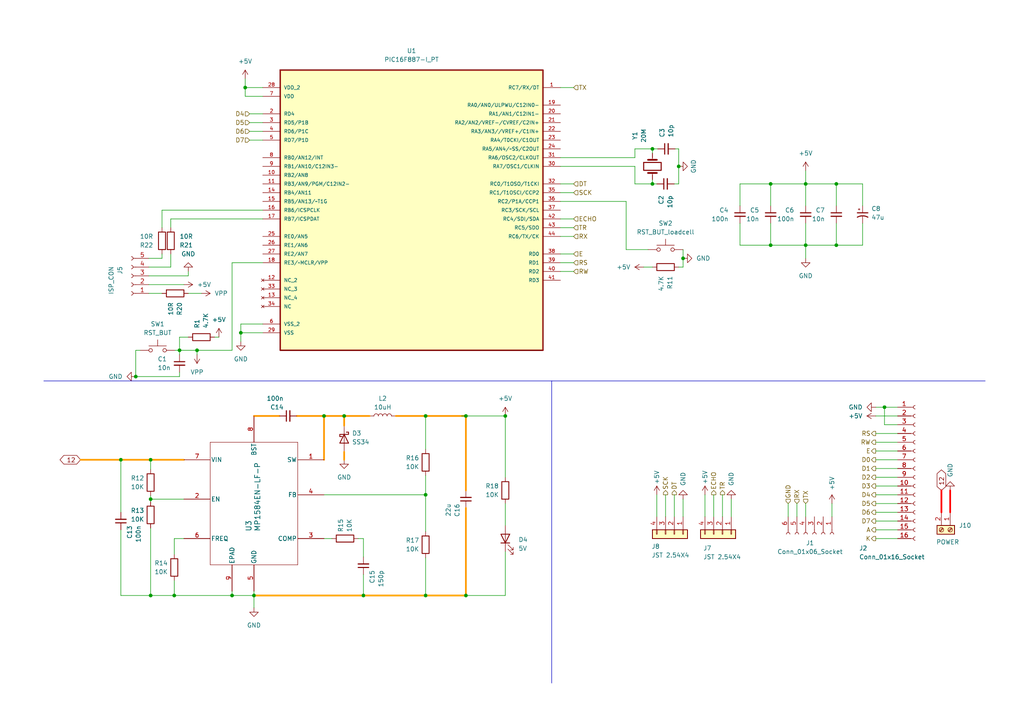
<source format=kicad_sch>
(kicad_sch (version 20231120) (generator "eeschema") (generator_version "8.0")
  (paper "A4")
  (title_block (title "PIC16F887 I/PT ") (date "2025-03-25") (comment 1 "Nguyễn ĐứC Bình") (comment 2 "Nguyễn Đức Anh") (comment 3 "PHENIKAA UNIVERSITY"))
  (lib_symbols
    (symbol "2024-04-07_04-28-10:MP1584EN-LF-P" (pin_names (offset 0.254))
      (property "Reference" "U5" (at 18.796 -20.828 90))
      (property "Value" "MP1584EN-LF-P" (at 21.336 -20.828 90))
      (symbol "MP1584EN-LF-P_0_1"
        (polyline (pts (xy 7.62 -30.48) (xy 33.02 -30.48)) (stroke (width 0.127)))
        (polyline (pts (xy 7.62 5.08) (xy 7.62 -30.48)) (stroke (width 0.127)))
        (polyline (pts (xy 33.02 -30.48) (xy 33.02 5.08)) (stroke (width 0.127)))
        (polyline (pts (xy 33.02 5.08) (xy 7.62 5.08)) (stroke (width 0.127)))
        (pin output line (at 40.64 0 180) (length 7.62) (name "SW") (number "1"))
        (pin input line (at 0 -11.43 0) (length 7.62) (name "EN") (number "2"))
        (pin output line (at 40.64 -22.86 180) (length 7.62) (name "COMP") (number "3"))
        (pin input line (at 40.64 -10.16 180) (length 7.62) (name "FB") (number "4"))
        (pin power_in line (at 20.32 -38.1 90) (length 7.62) (name "GND") (number "5"))
        (pin input line (at 0 -22.86 0) (length 7.62) (name "FREQ") (number "6"))
        (pin power_in line (at 0 0 0) (length 7.62) (name "VIN") (number "7"))
        (pin unspecified line (at 20.32 12.7 270) (length 7.62) (name "BST") (number "8"))
        (pin power_in line (at 13.97 -38.1 90) (length 7.62) (name "EPAD") (number "9"))
      )
    )
    (symbol "Connector:Conn_01x05_Socket" (pin_names (offset 1.016) hide)
      (property "Reference" "J" (at 0 7.62 0))
      (property "Value" "Conn_01x05_Socket" (at 0 -7.62 0))
      (symbol "Conn_01x05_Socket_1_1"
        (arc (start 0 -4.572) (mid -0.5058 -5.08) (end 0 -5.588) (stroke (width 0.1524)))
        (arc (start 0 -2.032) (mid -0.5058 -2.54) (end 0 -3.048) (stroke (width 0.1524)))
        (polyline (pts (xy -1.27 -5.08) (xy -0.508 -5.08)) (stroke (width 0.1524)))
        (polyline (pts (xy -1.27 -2.54) (xy -0.508 -2.54)) (stroke (width 0.1524)))
        (polyline (pts (xy -1.27 0) (xy -0.508 0)) (stroke (width 0.1524)))
        (polyline (pts (xy -1.27 2.54) (xy -0.508 2.54)) (stroke (width 0.1524)))
        (polyline (pts (xy -1.27 5.08) (xy -0.508 5.08)) (stroke (width 0.1524)))
        (arc (start 0 0.508) (mid -0.5058 0) (end 0 -0.508) (stroke (width 0.1524)))
        (arc (start 0 3.048) (mid -0.5058 2.54) (end 0 2.032) (stroke (width 0.1524)))
        (arc (start 0 5.588) (mid -0.5058 5.08) (end 0 4.572) (stroke (width 0.1524)))
        (pin passive line (at -5.08 5.08 0) (length 3.81) (name "Pin_1") (number "1"))
        (pin passive line (at -5.08 2.54 0) (length 3.81) (name "Pin_2") (number "2"))
        (pin passive line (at -5.08 0 0) (length 3.81) (name "Pin_3") (number "3"))
        (pin passive line (at -5.08 -2.54 0) (length 3.81) (name "Pin_4") (number "4"))
        (pin passive line (at -5.08 -5.08 0) (length 3.81) (name "Pin_5") (number "5"))
      )
    )
    (symbol "Connector:Conn_01x06_Socket" (pin_names (offset 1.016) hide)
      (property "Reference" "J" (at 0 7.62 0))
      (property "Value" "Conn_01x06_Socket" (at 0 -10.16 0))
      (symbol "Conn_01x06_Socket_1_1"
        (arc (start 0 -7.112) (mid -0.5058 -7.62) (end 0 -8.128) (stroke (width 0.1524)))
        (arc (start 0 -4.572) (mid -0.5058 -5.08) (end 0 -5.588) (stroke (width 0.1524)))
        (arc (start 0 -2.032) (mid -0.5058 -2.54) (end 0 -3.048) (stroke (width 0.1524)))
        (polyline (pts (xy -1.27 -7.62) (xy -0.508 -7.62)) (stroke (width 0.1524)))
        (polyline (pts (xy -1.27 -5.08) (xy -0.508 -5.08)) (stroke (width 0.1524)))
        (polyline (pts (xy -1.27 -2.54) (xy -0.508 -2.54)) (stroke (width 0.1524)))
        (polyline (pts (xy -1.27 0) (xy -0.508 0)) (stroke (width 0.1524)))
        (polyline (pts (xy -1.27 2.54) (xy -0.508 2.54)) (stroke (width 0.1524)))
        (polyline (pts (xy -1.27 5.08) (xy -0.508 5.08)) (stroke (width 0.1524)))
        (arc (start 0 0.508) (mid -0.5058 0) (end 0 -0.508) (stroke (width 0.1524)))
        (arc (start 0 3.048) (mid -0.5058 2.54) (end 0 2.032) (stroke (width 0.1524)))
        (arc (start 0 5.588) (mid -0.5058 5.08) (end 0 4.572) (stroke (width 0.1524)))
        (pin passive line (at -5.08 5.08 0) (length 3.81) (name "Pin_1") (number "1"))
        (pin passive line (at -5.08 2.54 0) (length 3.81) (name "Pin_2") (number "2"))
        (pin passive line (at -5.08 0 0) (length 3.81) (name "Pin_3") (number "3"))
        (pin passive line (at -5.08 -2.54 0) (length 3.81) (name "Pin_4") (number "4"))
        (pin passive line (at -5.08 -5.08 0) (length 3.81) (name "Pin_5") (number "5"))
        (pin passive line (at -5.08 -7.62 0) (length 3.81) (name "Pin_6") (number "6"))
      )
    )
    (symbol "Connector:Conn_01x16_Socket" (pin_names (offset 1.016) hide)
      (property "Reference" "J" (at 0 20.32 0))
      (property "Value" "Conn_01x16_Socket" (at 0 -22.86 0))
      (symbol "Conn_01x16_Socket_1_1"
        (arc (start 0 -19.812) (mid -0.5058 -20.32) (end 0 -20.828) (stroke (width 0.1524)))
        (arc (start 0 -17.272) (mid -0.5058 -17.78) (end 0 -18.288) (stroke (width 0.1524)))
        (arc (start 0 -14.732) (mid -0.5058 -15.24) (end 0 -15.748) (stroke (width 0.1524)))
        (arc (start 0 -12.192) (mid -0.5058 -12.7) (end 0 -13.208) (stroke (width 0.1524)))
        (arc (start 0 -9.652) (mid -0.5058 -10.16) (end 0 -10.668) (stroke (width 0.1524)))
        (arc (start 0 -7.112) (mid -0.5058 -7.62) (end 0 -8.128) (stroke (width 0.1524)))
        (arc (start 0 -4.572) (mid -0.5058 -5.08) (end 0 -5.588) (stroke (width 0.1524)))
        (arc (start 0 -2.032) (mid -0.5058 -2.54) (end 0 -3.048) (stroke (width 0.1524)))
        (polyline (pts (xy -1.27 -20.32) (xy -0.508 -20.32)) (stroke (width 0.1524)))
        (polyline (pts (xy -1.27 -17.78) (xy -0.508 -17.78)) (stroke (width 0.1524)))
        (polyline (pts (xy -1.27 -15.24) (xy -0.508 -15.24)) (stroke (width 0.1524)))
        (polyline (pts (xy -1.27 -12.7) (xy -0.508 -12.7)) (stroke (width 0.1524)))
        (polyline (pts (xy -1.27 -10.16) (xy -0.508 -10.16)) (stroke (width 0.1524)))
        (polyline (pts (xy -1.27 -7.62) (xy -0.508 -7.62)) (stroke (width 0.1524)))
        (polyline (pts (xy -1.27 -5.08) (xy -0.508 -5.08)) (stroke (width 0.1524)))
        (polyline (pts (xy -1.27 -2.54) (xy -0.508 -2.54)) (stroke (width 0.1524)))
        (polyline (pts (xy -1.27 0) (xy -0.508 0)) (stroke (width 0.1524)))
        (polyline (pts (xy -1.27 2.54) (xy -0.508 2.54)) (stroke (width 0.1524)))
        (polyline (pts (xy -1.27 5.08) (xy -0.508 5.08)) (stroke (width 0.1524)))
        (polyline (pts (xy -1.27 7.62) (xy -0.508 7.62)) (stroke (width 0.1524)))
        (polyline (pts (xy -1.27 10.16) (xy -0.508 10.16)) (stroke (width 0.1524)))
        (polyline (pts (xy -1.27 12.7) (xy -0.508 12.7)) (stroke (width 0.1524)))
        (polyline (pts (xy -1.27 15.24) (xy -0.508 15.24)) (stroke (width 0.1524)))
        (polyline (pts (xy -1.27 17.78) (xy -0.508 17.78)) (stroke (width 0.1524)))
        (arc (start 0 0.508) (mid -0.5058 0) (end 0 -0.508) (stroke (width 0.1524)))
        (arc (start 0 3.048) (mid -0.5058 2.54) (end 0 2.032) (stroke (width 0.1524)))
        (arc (start 0 5.588) (mid -0.5058 5.08) (end 0 4.572) (stroke (width 0.1524)))
        (arc (start 0 8.128) (mid -0.5058 7.62) (end 0 7.112) (stroke (width 0.1524)))
        (arc (start 0 10.668) (mid -0.5058 10.16) (end 0 9.652) (stroke (width 0.1524)))
        (arc (start 0 13.208) (mid -0.5058 12.7) (end 0 12.192) (stroke (width 0.1524)))
        (arc (start 0 15.748) (mid -0.5058 15.24) (end 0 14.732) (stroke (width 0.1524)))
        (arc (start 0 18.288) (mid -0.5058 17.78) (end 0 17.272) (stroke (width 0.1524)))
        (pin passive line (at -5.08 17.78 0) (length 3.81) (name "Pin_1") (number "1"))
        (pin passive line (at -5.08 -5.08 0) (length 3.81) (name "Pin_10") (number "10"))
        (pin passive line (at -5.08 -7.62 0) (length 3.81) (name "Pin_11") (number "11"))
        (pin passive line (at -5.08 -10.16 0) (length 3.81) (name "Pin_12") (number "12"))
        (pin passive line (at -5.08 -12.7 0) (length 3.81) (name "Pin_13") (number "13"))
        (pin passive line (at -5.08 -15.24 0) (length 3.81) (name "Pin_14") (number "14"))
        (pin passive line (at -5.08 -17.78 0) (length 3.81) (name "Pin_15") (number "15"))
        (pin passive line (at -5.08 -20.32 0) (length 3.81) (name "Pin_16") (number "16"))
        (pin passive line (at -5.08 15.24 0) (length 3.81) (name "Pin_2") (number "2"))
        (pin passive line (at -5.08 12.7 0) (length 3.81) (name "Pin_3") (number "3"))
        (pin passive line (at -5.08 10.16 0) (length 3.81) (name "Pin_4") (number "4"))
        (pin passive line (at -5.08 7.62 0) (length 3.81) (name "Pin_5") (number "5"))
        (pin passive line (at -5.08 5.08 0) (length 3.81) (name "Pin_6") (number "6"))
        (pin passive line (at -5.08 2.54 0) (length 3.81) (name "Pin_7") (number "7"))
        (pin passive line (at -5.08 0 0) (length 3.81) (name "Pin_8") (number "8"))
        (pin passive line (at -5.08 -2.54 0) (length 3.81) (name "Pin_9") (number "9"))
      )
    )
    (symbol "Connector:Screw_Terminal_01x02" (pin_names (offset 1.016) hide)
      (property "Reference" "J" (at 0 2.54 0))
      (property "Value" "Screw_Terminal_01x02" (at 0 -5.08 0))
      (symbol "Screw_Terminal_01x02_1_1"
        (rectangle (start -1.27 1.27) (end 1.27 -3.81) (stroke (width 0.254)) (fill (type background)))
        (circle (center 0 -2.54) (radius 0.635) (stroke (width 0.1524)))
        (polyline (pts (xy -0.5334 -2.2098) (xy 0.3302 -3.048)) (stroke (width 0.1524)))
        (polyline (pts (xy -0.5334 0.3302) (xy 0.3302 -0.508)) (stroke (width 0.1524)))
        (polyline (pts (xy -0.3556 -2.032) (xy 0.508 -2.8702)) (stroke (width 0.1524)))
        (polyline (pts (xy -0.3556 0.508) (xy 0.508 -0.3302)) (stroke (width 0.1524)))
        (circle (center 0 0) (radius 0.635) (stroke (width 0.1524)))
        (pin passive line (at -5.08 0 0) (length 3.81) (name "Pin_1") (number "1"))
        (pin passive line (at -5.08 -2.54 0) (length 3.81) (name "Pin_2") (number "2"))
      )
    )
    (symbol "Connector_Generic:Conn_01x04" (pin_names (offset 1.016) hide)
      (property "Reference" "J" (at 0 5.08 0))
      (property "Value" "Conn_01x04" (at 0 -7.62 0))
      (symbol "Conn_01x04_1_1"
        (rectangle (start -1.27 -4.953) (end 0 -5.207) (stroke (width 0.1524)))
        (rectangle (start -1.27 -2.413) (end 0 -2.667) (stroke (width 0.1524)))
        (rectangle (start -1.27 0.127) (end 0 -0.127) (stroke (width 0.1524)))
        (rectangle (start -1.27 2.667) (end 0 2.413) (stroke (width 0.1524)))
        (rectangle (start -1.27 3.81) (end 1.27 -6.35) (stroke (width 0.254)) (fill (type background)))
        (pin passive line (at -5.08 2.54 0) (length 3.81) (name "Pin_1") (number "1"))
        (pin passive line (at -5.08 0 0) (length 3.81) (name "Pin_2") (number "2"))
        (pin passive line (at -5.08 -2.54 0) (length 3.81) (name "Pin_3") (number "3"))
        (pin passive line (at -5.08 -5.08 0) (length 3.81) (name "Pin_4") (number "4"))
      )
    )
    (symbol "Device:C_Polarized_Small_US" (pin_numbers hide) (pin_names (offset 0.254) hide)
      (property "Reference" "C" (at 0.254 1.778 0))
      (property "Value" "C_Polarized_Small_US" (at 0.254 -2.032 0))
      (symbol "C_Polarized_Small_US_0_1"
        (polyline (pts (xy -1.524 0.508) (xy 1.524 0.508)) (stroke (width 0.3048)))
        (polyline (pts (xy -1.27 1.524) (xy -0.762 1.524)))
        (polyline (pts (xy -1.016 1.27) (xy -1.016 1.778)))
        (arc (start 1.524 -0.762) (mid 0 -0.3734) (end -1.524 -0.762) (stroke (width 0.3048)))
      )
      (symbol "C_Polarized_Small_US_1_1"
        (pin passive line (at 0 2.54 270) (length 2.032) (name "~") (number "1"))
        (pin passive line (at 0 -2.54 90) (length 2.032) (name "~") (number "2"))
      )
    )
    (symbol "Device:C_Small" (pin_numbers hide) (pin_names (offset 0.254) hide)
      (property "Reference" "C" (at 0.254 1.778 0))
      (property "Value" "C_Small" (at 0.254 -2.032 0))
      (symbol "C_Small_0_1"
        (polyline (pts (xy -1.524 -0.508) (xy 1.524 -0.508)) (stroke (width 0.3302)))
        (polyline (pts (xy -1.524 0.508) (xy 1.524 0.508)) (stroke (width 0.3048)))
      )
      (symbol "C_Small_1_1"
        (pin passive line (at 0 2.54 270) (length 2.032) (name "~") (number "1"))
        (pin passive line (at 0 -2.54 90) (length 2.032) (name "~") (number "2"))
      )
    )
    (symbol "Device:Crystal" (pin_numbers hide) (pin_names (offset 1.016) hide)
      (property "Reference" "Y" (at 0 3.81 0))
      (property "Value" "Crystal" (at 0 -3.81 0))
      (symbol "Crystal_0_1"
        (rectangle (start -1.143 2.54) (end 1.143 -2.54) (stroke (width 0.3048)))
        (polyline (pts (xy -2.54 0) (xy -1.905 0)))
        (polyline (pts (xy -1.905 -1.27) (xy -1.905 1.27)) (stroke (width 0.508)))
        (polyline (pts (xy 1.905 -1.27) (xy 1.905 1.27)) (stroke (width 0.508)))
        (polyline (pts (xy 2.54 0) (xy 1.905 0)))
      )
      (symbol "Crystal_1_1"
        (pin passive line (at -3.81 0 0) (length 1.27) (name "1") (number "1"))
        (pin passive line (at 3.81 0 180) (length 1.27) (name "2") (number "2"))
      )
    )
    (symbol "Device:L" (pin_numbers hide) (pin_names (offset 1.016) hide)
      (property "Reference" "L" (at -1.27 0 90))
      (property "Value" "L" (at 1.905 0 90))
      (symbol "L_0_1"
        (arc (start 0 -2.54) (mid 0.6323 -1.905) (end 0 -1.27))
        (arc (start 0 -1.27) (mid 0.6323 -0.635) (end 0 0))
        (arc (start 0 0) (mid 0.6323 0.635) (end 0 1.27))
        (arc (start 0 1.27) (mid 0.6323 1.905) (end 0 2.54))
      )
      (symbol "L_1_1"
        (pin passive line (at 0 3.81 270) (length 1.27) (name "1") (number "1"))
        (pin passive line (at 0 -3.81 90) (length 1.27) (name "2") (number "2"))
      )
    )
    (symbol "Device:LED" (pin_numbers hide) (pin_names (offset 1.016) hide)
      (property "Reference" "D" (at 0 2.54 0))
      (property "Value" "LED" (at 0 -2.54 0))
      (symbol "LED_0_1"
        (polyline (pts (xy -1.27 -1.27) (xy -1.27 1.27)) (stroke (width 0.254)))
        (polyline (pts (xy -1.27 0) (xy 1.27 0)))
        (polyline (pts (xy 1.27 -1.27) (xy 1.27 1.27) (xy -1.27 0) (xy 1.27 -1.27)) (stroke (width 0.254)))
        (polyline (pts (xy -3.048 -0.762) (xy -4.572 -2.286) (xy -3.81 -2.286) (xy -4.572 -2.286) (xy -4.572 -1.524)))
        (polyline (pts (xy -1.778 -0.762) (xy -3.302 -2.286) (xy -2.54 -2.286) (xy -3.302 -2.286) (xy -3.302 -1.524)))
      )
      (symbol "LED_1_1"
        (pin passive line (at -3.81 0 0) (length 2.54) (name "K") (number "1"))
        (pin passive line (at 3.81 0 180) (length 2.54) (name "A") (number "2"))
      )
    )
    (symbol "Device:R" (pin_numbers hide) (pin_names (offset 0))
      (property "Reference" "R" (at 2.032 0 90))
      (property "Value" "R" (at 0 0 90))
      (symbol "R_0_1"
        (rectangle (start -1.016 -2.54) (end 1.016 2.54) (stroke (width 0.254)))
      )
      (symbol "R_1_1"
        (pin passive line (at 0 3.81 270) (length 1.27) (name "~") (number "1"))
        (pin passive line (at 0 -3.81 90) (length 1.27) (name "~") (number "2"))
      )
    )
    (symbol "Diode:1N5711UR" (pin_numbers hide) (pin_names (offset 1.016) hide)
      (property "Reference" "D" (at 0 2.54 0))
      (property "Value" "1N5711UR" (at 0 -2.54 0))
      (symbol "1N5711UR_0_1"
        (polyline (pts (xy 1.27 0) (xy -1.27 0)))
        (polyline (pts (xy 1.27 1.27) (xy 1.27 -1.27) (xy -1.27 0) (xy 1.27 1.27)) (stroke (width 0.254)))
        (polyline (pts (xy -1.905 0.635) (xy -1.905 1.27) (xy -1.27 1.27) (xy -1.27 -1.27) (xy -0.635 -1.27) (xy -0.635 -0.635)) (stroke (width 0.254)))
      )
      (symbol "1N5711UR_1_1"
        (pin passive line (at -3.81 0 0) (length 2.54) (name "K") (number "1"))
        (pin passive line (at 3.81 0 180) (length 2.54) (name "A") (number "2"))
      )
    )
    (symbol "GND_1" (power) (pin_numbers hide) (pin_names (offset 0) hide)
      (property "Value" "GND" (at 0 -3.81 0))
      (symbol "GND_1_0_1"
        (polyline (pts (xy 0 0) (xy 0 -1.27) (xy 1.27 -1.27) (xy 0 -2.54) (xy -1.27 -1.27) (xy 0 -1.27)))
      )
      (symbol "GND_1_1_1"
        (pin power_in line (at 0 0 270) (length 0) (name "~") (number "1"))
      )
    )
    (symbol "PIC16F887-I_PT:PIC16F887-I_PT" (pin_names (offset 1.016))
      (property "Reference" "U" (at -6.8716 40.1864 0))
      (property "Value" "PIC16F887-I_PT" (at -5.6667 -46.9087 0))
      (symbol "PIC16F887-I_PT_0_0"
        (rectangle (start -38.1 -43.18) (end 38.1 38.1) (stroke (width 0.4064)) (fill (type background)))
        (pin bidirectional line (at 43.18 33.02 180) (length 5.08) (name "RC7/RX/DT") (number "1"))
        (pin bidirectional line (at -43.18 7.62 0) (length 5.08) (name "RB2/AN8") (number "10"))
        (pin bidirectional line (at -43.18 5.08 0) (length 5.08) (name "RB3/AN9/PGM/C12IN2-") (number "11"))
        (pin no_connect line (at -43.18 -22.86 0) (length 5.08) (name "NC_2") (number "12"))
        (pin no_connect line (at -43.18 -27.94 0) (length 5.08) (name "NC_4") (number "13"))
        (pin bidirectional line (at -43.18 2.54 0) (length 5.08) (name "RB4/AN11") (number "14"))
        (pin bidirectional line (at -43.18 0 0) (length 5.08) (name "RB5/AN13/~T1G") (number "15"))
        (pin bidirectional line (at -43.18 -2.54 0) (length 5.08) (name "RB6/ICSPCLK") (number "16"))
        (pin bidirectional line (at -43.18 -5.08 0) (length 5.08) (name "RB7/ICSPDAT") (number "17"))
        (pin bidirectional line (at -43.18 -17.78 0) (length 5.08) (name "RE3/~MCLR/VPP") (number "18"))
        (pin bidirectional line (at 43.18 27.94 180) (length 5.08) (name "RA0/AN0/ULPWU/C12IN0-") (number "19"))
        (pin bidirectional line (at -43.18 25.4 0) (length 5.08) (name "RD4") (number "2"))
        (pin bidirectional line (at 43.18 25.4 180) (length 5.08) (name "RA1/AN1/C12IN1-") (number "20"))
        (pin bidirectional line (at 43.18 22.86 180) (length 5.08) (name "RA2/AN2/VREF-/CVREF/C2IN+") (number "21"))
        (pin bidirectional line (at 43.18 20.32 180) (length 5.08) (name "RA3/AN3//VREF+/C1IN+") (number "22"))
        (pin bidirectional line (at 43.18 17.78 180) (length 5.08) (name "RA4/T0CKI/C1OUT") (number "23"))
        (pin bidirectional line (at 43.18 15.24 180) (length 5.08) (name "RA5/AN4/~SS/C2OUT") (number "24"))
        (pin bidirectional line (at -43.18 -10.16 0) (length 5.08) (name "RE0/AN5") (number "25"))
        (pin bidirectional line (at -43.18 -12.7 0) (length 5.08) (name "RE1/AN6") (number "26"))
        (pin bidirectional line (at -43.18 -15.24 0) (length 5.08) (name "RE2/AN7") (number "27"))
        (pin power_in line (at -43.18 33.02 0) (length 5.08) (name "VDD_2") (number "28"))
        (pin passive line (at -43.18 -38.1 0) (length 5.08) (name "VSS") (number "29"))
        (pin bidirectional line (at -43.18 22.86 0) (length 5.08) (name "RD5/P1B") (number "3"))
        (pin bidirectional line (at 43.18 10.16 180) (length 5.08) (name "RA7/OSC1/CLKIN") (number "30"))
        (pin bidirectional line (at 43.18 12.7 180) (length 5.08) (name "RA6/OSC2/CLKOUT") (number "31"))
        (pin bidirectional line (at 43.18 5.08 180) (length 5.08) (name "RC0/T1OSO/T1CKI") (number "32"))
        (pin no_connect line (at -43.18 -25.4 0) (length 5.08) (name "NC_3") (number "33"))
        (pin no_connect line (at -43.18 -30.48 0) (length 5.08) (name "NC") (number "34"))
        (pin bidirectional line (at 43.18 2.54 180) (length 5.08) (name "RC1/T1OSCI/CCP2") (number "35"))
        (pin bidirectional line (at 43.18 0 180) (length 5.08) (name "RC2/P1A/CCP1") (number "36"))
        (pin bidirectional line (at 43.18 -2.54 180) (length 5.08) (name "RC3/SCK/SCL") (number "37"))
        (pin bidirectional line (at 43.18 -15.24 180) (length 5.08) (name "RD0") (number "38"))
        (pin bidirectional line (at 43.18 -17.78 180) (length 5.08) (name "RD1") (number "39"))
        (pin bidirectional line (at -43.18 20.32 0) (length 5.08) (name "RD6/P1C") (number "4"))
        (pin bidirectional line (at 43.18 -20.32 180) (length 5.08) (name "RD2") (number "40"))
        (pin bidirectional line (at 43.18 -22.86 180) (length 5.08) (name "RD3") (number "41"))
        (pin bidirectional line (at 43.18 -5.08 180) (length 5.08) (name "RC4/SDI/SDA") (number "42"))
        (pin bidirectional line (at 43.18 -7.62 180) (length 5.08) (name "RC5/SDO") (number "43"))
        (pin bidirectional line (at 43.18 -10.16 180) (length 5.08) (name "RC6/TX/CK") (number "44"))
        (pin bidirectional line (at -43.18 17.78 0) (length 5.08) (name "RD7/P1D") (number "5"))
        (pin passive line (at -43.18 -35.56 0) (length 5.08) (name "VSS_2") (number "6"))
        (pin power_in line (at -43.18 30.48 0) (length 5.08) (name "VDD") (number "7"))
        (pin bidirectional line (at -43.18 12.7 0) (length 5.08) (name "RB0/AN12/INT") (number "8"))
        (pin bidirectional line (at -43.18 10.16 0) (length 5.08) (name "RB1/AN10/C12IN3-") (number "9"))
      )
    )
    (symbol "Switch:SW_Push" (pin_numbers hide) (pin_names (offset 1.016) hide)
      (property "Reference" "SW" (at 1.27 2.54 0))
      (property "Value" "SW_Push" (at 0 -1.524 0))
      (symbol "SW_Push_0_1"
        (circle (center -2.032 0) (radius 0.508))
        (polyline (pts (xy 0 1.27) (xy 0 3.048)))
        (polyline (pts (xy 2.54 1.27) (xy -2.54 1.27)))
        (circle (center 2.032 0) (radius 0.508))
        (pin passive line (at -5.08 0 0) (length 2.54) (name "1") (number "1"))
        (pin passive line (at 5.08 0 180) (length 2.54) (name "2") (number "2"))
      )
    )
    (symbol "power:+5V" (power) (pin_names (offset 0))
      (property "Value" "+5V" (at 0 3.556 0))
      (symbol "+5V_0_1"
        (polyline (pts (xy -0.762 1.27) (xy 0 2.54)))
        (polyline (pts (xy 0 0) (xy 0 2.54)))
        (polyline (pts (xy 0 2.54) (xy 0.762 1.27)))
      )
      (symbol "+5V_1_1"
        (pin power_in line (at 0 0 90) (length 0) hide (name "+5V") (number "1"))
      )
    )
    (symbol "power:GND" (power) (pin_names (offset 0))
      (property "Value" "GND" (at 0 -3.81 0))
      (symbol "GND_0_1"
        (polyline (pts (xy 0 0) (xy 0 -1.27) (xy 1.27 -1.27) (xy 0 -2.54) (xy -1.27 -1.27) (xy 0 -1.27)))
      )
      (symbol "GND_1_1"
        (pin power_in line (at 0 0 270) (length 0) hide (name "GND") (number "1"))
      )
    )
    (symbol "power:VPP" (power) (pin_names (offset 0))
      (property "Value" "VPP" (at 0 3.81 0))
      (symbol "VPP_0_1"
        (polyline (pts (xy -0.762 1.27) (xy 0 2.54)))
        (polyline (pts (xy 0 0) (xy 0 2.54)))
        (polyline (pts (xy 0 2.54) (xy 0.762 1.27)))
      )
      (symbol "VPP_1_1"
        (pin power_in line (at 0 0 90) (length 0) hide (name "VPP") (number "1"))
      )
    )
  )
  (junction (at 50.546 172.72))
  (junction (at 71.12 25.4))
  (junction (at 123.444 172.72))
  (junction (at 43.688 133.35))
  (junction (at 223.52 53.34))
  (junction (at 256.54 118.11))
  (junction (at 93.98 120.65))
  (junction (at 223.52 71.12))
  (junction (at 57.15 101.6))
  (junction (at 43.688 172.72))
  (junction (at 35.052 133.35))
  (junction (at 99.822 120.65))
  (junction (at 242.57 71.12))
  (junction (at 189.23 53.34))
  (junction (at 39.37 109.22))
  (junction (at 146.558 120.65))
  (junction (at 52.07 101.6))
  (junction (at 196.85 48.26))
  (junction (at 123.444 120.65))
  (junction (at 69.85 96.52))
  (junction (at 242.57 53.34))
  (junction (at 43.688 144.78))
  (junction (at 135.128 172.72))
  (junction (at 233.68 53.34))
  (junction (at 233.68 71.12))
  (junction (at 135.128 120.65))
  (junction (at 189.23 43.18))
  (junction (at 67.31 172.72))
  (junction (at 123.444 143.51))
  (junction (at 198.12 74.93))
  (junction (at 105.41 172.72))
  (junction (at 73.66 172.72))
  (wire (pts (xy 254 120.65) (xy 260.35 120.65)))
  (wire (pts (xy 162.56 48.26) (xy 184.15 48.26)))
  (wire (pts (xy 190.754 43.18) (xy 189.23 43.18)))
  (wire (pts (xy 250.19 53.34) (xy 250.19 59.69)))
  (polyline (pts (xy 160.02 110.49) (xy 160.02 198.12)) (stroke (width 0) (type solid)))
  (wire (pts (xy 49.53 77.47) (xy 49.53 73.66)))
  (wire (pts (xy 233.68 64.77) (xy 233.68 71.12)))
  (wire (pts (xy 43.688 143.764) (xy 43.688 144.78)))
  (wire (pts (xy 162.56 66.04) (xy 166.37 66.04)))
  (wire (pts (xy 69.85 96.52) (xy 69.85 99.06)))
  (wire (pts (xy 52.07 101.6) (xy 52.07 102.87)))
  (wire (pts (xy 69.85 96.52) (xy 76.2 96.52)))
  (wire (pts (xy 99.822 120.65) (xy 107.188 120.65)) (stroke (width 0.5) (color 255 153 0 1)))
  (wire (pts (xy 67.31 171.45) (xy 67.31 172.72)))
  (wire (pts (xy 242.57 71.12) (xy 250.19 71.12)))
  (wire (pts (xy 39.37 101.6) (xy 39.37 109.22)))
  (wire (pts (xy 73.66 120.65) (xy 81.026 120.65)) (stroke (width 0.5) (color 255 153 0 1)))
  (wire (pts (xy 212.09 144.78) (xy 212.09 149.86)))
  (wire (pts (xy 162.56 45.72) (xy 184.15 45.72)))
  (wire (pts (xy 162.56 68.58) (xy 166.37 68.58)))
  (wire (pts (xy 254 143.51) (xy 260.35 143.51)))
  (wire (pts (xy 196.85 53.34) (xy 195.58 53.34)))
  (wire (pts (xy 53.34 144.78) (xy 43.688 144.78)))
  (wire (pts (xy 50.546 172.72) (xy 67.31 172.72)))
  (wire (pts (xy 254 128.27) (xy 260.35 128.27)))
  (wire (pts (xy 241.3 146.05) (xy 241.3 149.86)))
  (wire (pts (xy 123.444 143.51) (xy 123.444 154.178)))
  (wire (pts (xy 198.12 72.39) (xy 198.12 74.93)))
  (wire (pts (xy 69.85 93.98) (xy 69.85 96.52)))
  (wire (pts (xy 223.52 53.34) (xy 223.52 59.69)))
  (wire (pts (xy 46.99 74.93) (xy 46.99 73.66)))
  (wire (pts (xy 256.54 118.11) (xy 260.35 118.11)))
  (wire (pts (xy 184.15 53.34) (xy 189.23 53.34)))
  (wire (pts (xy 254 133.35) (xy 260.35 133.35)))
  (wire (pts (xy 46.99 66.04) (xy 46.99 60.96)))
  (wire (pts (xy 105.41 166.624) (xy 105.41 172.72)))
  (wire (pts (xy 114.808 120.65) (xy 123.444 120.65)) (stroke (width 0.5) (color 255 153 0 1)))
  (wire (pts (xy 242.57 53.34) (xy 242.57 59.69)))
  (wire (pts (xy 233.68 71.12) (xy 242.57 71.12)))
  (wire (pts (xy 254 146.05) (xy 260.35 146.05)))
  (wire (pts (xy 72.39 33.02) (xy 76.2 33.02)))
  (wire (pts (xy 190.5 143.51) (xy 190.5 149.86)))
  (wire (pts (xy 99.822 131.064) (xy 99.822 133.35)) (stroke (width 0.5) (color 255 153 0 1)))
  (wire (pts (xy 43.688 172.72) (xy 50.546 172.72)))
  (wire (pts (xy 146.558 120.65) (xy 146.558 138.43)))
  (wire (pts (xy 162.56 25.4) (xy 166.37 25.4)))
  (wire (pts (xy 93.98 156.21) (xy 96.266 156.21)))
  (wire (pts (xy 214.63 64.77) (xy 214.63 71.12)))
  (wire (pts (xy 50.8 101.6) (xy 52.07 101.6)))
  (wire (pts (xy 50.546 160.782) (xy 50.546 156.21)))
  (wire (pts (xy 181.61 58.42) (xy 162.56 58.42)))
  (wire (pts (xy 54.61 80.01) (xy 43.18 80.01)))
  (wire (pts (xy 184.15 48.26) (xy 184.15 53.34)))
  (wire (pts (xy 189.23 44.45) (xy 189.23 43.18)))
  (wire (pts (xy 198.12 74.93) (xy 198.12 77.47)))
  (wire (pts (xy 39.37 101.6) (xy 40.64 101.6)))
  (wire (pts (xy 71.12 27.94) (xy 76.2 27.94)))
  (wire (pts (xy 189.23 53.34) (xy 189.23 52.07)))
  (wire (pts (xy 254 151.13) (xy 260.35 151.13)))
  (wire (pts (xy 133.858 120.65) (xy 135.128 120.65)))
  (wire (pts (xy 49.53 77.47) (xy 43.18 77.47)))
  (wire (pts (xy 214.63 71.12) (xy 223.52 71.12)))
  (wire (pts (xy 254 153.67) (xy 260.35 153.67)))
  (wire (pts (xy 43.688 144.78) (xy 43.688 145.542)))
  (wire (pts (xy 228.6 146.05) (xy 228.6 149.86)))
  (wire (pts (xy 105.41 156.21) (xy 105.41 161.544)))
  (wire (pts (xy 187.96 72.39) (xy 181.61 72.39)))
  (wire (pts (xy 273.05 142.24) (xy 273.05 148.59)) (stroke (width 0.5) (color 255 0 0 1)))
  (wire (pts (xy 57.15 101.6) (xy 57.15 102.87)))
  (wire (pts (xy 123.444 130.302) (xy 123.444 120.65)))
  (wire (pts (xy 193.04 143.51) (xy 193.04 149.86)))
  (wire (pts (xy 162.56 63.5) (xy 166.37 63.5)))
  (wire (pts (xy 35.052 133.35) (xy 43.688 133.35)) (stroke (width 0.5) (color 255 153 0 1)))
  (wire (pts (xy 43.688 133.35) (xy 53.34 133.35)) (stroke (width 0.5) (color 255 153 0 1)))
  (wire (pts (xy 162.56 73.66) (xy 166.37 73.66)))
  (wire (pts (xy 275.59 142.24) (xy 275.59 148.59)) (stroke (width 0.5) (color 255 0 0 1)))
  (wire (pts (xy 67.31 76.2) (xy 76.2 76.2)))
  (wire (pts (xy 67.31 101.6) (xy 67.31 76.2)))
  (wire (pts (xy 52.07 97.79) (xy 52.07 101.6)))
  (wire (pts (xy 198.12 144.78) (xy 198.12 149.86)))
  (wire (pts (xy 250.19 64.77) (xy 250.19 71.12)))
  (wire (pts (xy 73.66 172.72) (xy 73.66 176.276)))
  (wire (pts (xy 254 156.21) (xy 260.35 156.21)))
  (wire (pts (xy 53.34 82.55) (xy 43.18 82.55)))
  (wire (pts (xy 49.53 63.5) (xy 76.2 63.5)))
  (wire (pts (xy 123.444 172.72) (xy 135.128 172.72)) (stroke (width 0.5) (color 255 153 0 1)))
  (wire (pts (xy 57.15 101.6) (xy 67.31 101.6)))
  (wire (pts (xy 35.052 148.59) (xy 35.052 133.35)))
  (wire (pts (xy 254 140.97) (xy 260.35 140.97)))
  (wire (pts (xy 72.39 40.64) (xy 76.2 40.64)))
  (wire (pts (xy 93.98 120.65) (xy 93.98 133.35)) (stroke (width 0.5) (color 255 153 0 1)))
  (wire (pts (xy 162.56 55.88) (xy 166.37 55.88)))
  (wire (pts (xy 146.558 160.02) (xy 146.558 172.72)))
  (wire (pts (xy 214.63 53.34) (xy 223.52 53.34)))
  (wire (pts (xy 233.68 71.12) (xy 233.68 74.93)))
  (wire (pts (xy 254 138.43) (xy 260.35 138.43)))
  (wire (pts (xy 73.66 171.45) (xy 73.66 172.72)))
  (wire (pts (xy 35.052 153.67) (xy 35.052 172.72)))
  (wire (pts (xy 135.128 120.65) (xy 135.128 142.24)) (stroke (width 0.5) (color 255 153 0 1)))
  (wire (pts (xy 52.07 109.22) (xy 52.07 107.95)))
  (wire (pts (xy 162.56 53.34) (xy 166.37 53.34)))
  (wire (pts (xy 39.37 109.22) (xy 52.07 109.22)))
  (wire (pts (xy 62.23 97.79) (xy 63.5 97.79)))
  (wire (pts (xy 52.07 101.6) (xy 57.15 101.6)))
  (wire (pts (xy 123.444 161.798) (xy 123.444 172.72)))
  (polyline (pts (xy 12.7 110.49) (xy 285.75 110.49)))
  (wire (pts (xy 71.12 22.86) (xy 71.12 25.4)))
  (wire (pts (xy 207.01 143.51) (xy 207.01 149.86)))
  (wire (pts (xy 242.57 64.77) (xy 242.57 71.12)))
  (wire (pts (xy 73.66 172.72) (xy 105.41 172.72)) (stroke (width 0.5) (color 255 153 0 1)))
  (wire (pts (xy 86.106 120.65) (xy 93.98 120.65)) (stroke (width 0.5) (color 255 153 0 1)))
  (wire (pts (xy 46.99 60.96) (xy 76.2 60.96)))
  (wire (pts (xy 184.15 45.72) (xy 184.15 43.18)))
  (wire (pts (xy 254 135.89) (xy 260.35 135.89)))
  (wire (pts (xy 223.52 71.12) (xy 233.68 71.12)))
  (wire (pts (xy 196.85 43.18) (xy 196.85 48.26)))
  (wire (pts (xy 103.886 156.21) (xy 105.41 156.21)))
  (wire (pts (xy 99.822 120.65) (xy 99.822 123.444)) (stroke (width 0.5) (color 255 153 0 1)))
  (wire (pts (xy 50.546 156.21) (xy 53.34 156.21)))
  (wire (pts (xy 72.39 38.1) (xy 76.2 38.1)))
  (wire (pts (xy 214.63 53.34) (xy 214.63 59.69)))
  (wire (pts (xy 254 148.59) (xy 260.35 148.59)))
  (wire (pts (xy 186.69 77.47) (xy 189.23 77.47)))
  (wire (pts (xy 43.688 153.162) (xy 43.688 172.72)))
  (wire (pts (xy 231.14 146.05) (xy 231.14 149.86)))
  (wire (pts (xy 123.444 120.65) (xy 135.128 120.65)) (stroke (width 0.5) (color 255 153 0 1)))
  (wire (pts (xy 254 130.81) (xy 260.35 130.81)))
  (wire (pts (xy 135.128 147.32) (xy 135.128 172.72)) (stroke (width 0.5) (color 255 153 0 1)))
  (wire (pts (xy 195.834 43.18) (xy 196.85 43.18)))
  (wire (pts (xy 71.12 25.4) (xy 71.12 27.94)))
  (wire (pts (xy 233.68 49.53) (xy 233.68 53.34)))
  (wire (pts (xy 93.98 120.65) (xy 99.822 120.65)) (stroke (width 0.5) (color 255 153 0 1)))
  (wire (pts (xy 181.61 72.39) (xy 181.61 58.42)))
  (wire (pts (xy 135.128 120.65) (xy 146.558 120.65)))
  (wire (pts (xy 72.39 35.56) (xy 76.2 35.56)))
  (wire (pts (xy 196.85 48.26) (xy 196.85 53.34)))
  (wire (pts (xy 105.41 172.72) (xy 123.444 172.72)) (stroke (width 0.5) (color 255 153 0 1)))
  (wire (pts (xy 49.53 66.04) (xy 49.53 63.5)))
  (wire (pts (xy 146.558 146.05) (xy 146.558 152.4)))
  (wire (pts (xy 76.2 93.98) (xy 69.85 93.98)))
  (wire (pts (xy 43.688 133.35) (xy 43.688 136.144)))
  (wire (pts (xy 254 125.73) (xy 260.35 125.73)))
  (wire (pts (xy 54.61 78.74) (xy 54.61 80.01)))
  (wire (pts (xy 233.68 146.05) (xy 233.68 149.86)))
  (wire (pts (xy 46.99 74.93) (xy 43.18 74.93)))
  (wire (pts (xy 50.546 168.402) (xy 50.546 172.72)))
  (wire (pts (xy 54.61 97.79) (xy 52.07 97.79)))
  (wire (pts (xy 256.54 123.19) (xy 256.54 118.11)))
  (wire (pts (xy 242.57 53.34) (xy 250.19 53.34)))
  (wire (pts (xy 195.58 143.51) (xy 195.58 149.86)))
  (wire (pts (xy 67.31 172.72) (xy 73.66 172.72)))
  (wire (pts (xy 58.42 85.09) (xy 54.61 85.09)))
  (wire (pts (xy 23.368 133.35) (xy 35.052 133.35)) (stroke (width 0.5) (color 255 153 0 1)))
  (wire (pts (xy 233.68 53.34) (xy 242.57 53.34)))
  (wire (pts (xy 256.54 123.19) (xy 260.35 123.19)))
  (wire (pts (xy 43.18 85.09) (xy 46.99 85.09)))
  (wire (pts (xy 35.052 172.72) (xy 43.688 172.72)))
  (wire (pts (xy 184.15 43.18) (xy 189.23 43.18)))
  (wire (pts (xy 76.2 25.4) (xy 71.12 25.4)))
  (wire (pts (xy 135.128 172.72) (xy 146.558 172.72)))
  (wire (pts (xy 223.52 53.34) (xy 233.68 53.34)))
  (wire (pts (xy 93.98 143.51) (xy 123.444 143.51)))
  (wire (pts (xy 162.56 76.2) (xy 166.37 76.2)))
  (wire (pts (xy 198.12 77.47) (xy 196.85 77.47)))
  (wire (pts (xy 209.55 143.51) (xy 209.55 149.86)))
  (wire (pts (xy 204.47 143.51) (xy 204.47 149.86)))
  (wire (pts (xy 190.5 53.34) (xy 189.23 53.34)))
  (wire (pts (xy 233.68 53.34) (xy 233.68 59.69)))
  (wire (pts (xy 223.52 64.77) (xy 223.52 71.12)))
  (wire (pts (xy 123.698 172.72) (xy 135.128 172.72)))
  (wire (pts (xy 254 118.11) (xy 256.54 118.11)))
  (wire (pts (xy 162.56 78.74) (xy 166.37 78.74)))
  (wire (pts (xy 123.444 137.922) (xy 123.444 143.51)))
  (global_label "12" (shape bidirectional) (at 273.05 142.24 90) (property "Intersheetrefs" "${INTERSHEET_REFS}" (effects (hide yes))))
  (global_label "12" (shape bidirectional) (at 23.368 133.35 180) (property "Intersheetrefs" "${INTERSHEET_REFS}" (effects (hide yes))))
  (hierarchical_label "D7" (shape input) (at 72.39 40.64 180))
  (hierarchical_label "RW" (shape input) (at 166.37 78.74 0))
  (hierarchical_label "SCK" (shape output) (at 193.04 143.51 90))
  (hierarchical_label "D5" (shape input) (at 72.39 35.56 180))
  (hierarchical_label "D6" (shape input) (at 72.39 38.1 180))
  (hierarchical_label "K" (shape output) (at 254 156.21 180))
  (hierarchical_label "DT" (shape output) (at 195.58 143.51 90))
  (hierarchical_label "TR" (shape output) (at 209.55 143.51 90))
  (hierarchical_label "D3" (shape output) (at 254 140.97 180))
  (hierarchical_label "ECHO" (shape output) (at 207.01 143.51 90))
  (hierarchical_label "D1" (shape output) (at 254 135.89 180))
  (hierarchical_label "TX" (shape input) (at 233.68 146.05 90))
  (hierarchical_label "RS" (shape output) (at 254 125.73 180))
  (hierarchical_label "RX" (shape input) (at 166.37 68.58 0))
  (hierarchical_label "RW" (shape output) (at 254 128.27 180))
  (hierarchical_label "TX" (shape input) (at 166.37 25.4 0))
  (hierarchical_label "D2" (shape output) (at 254 138.43 180))
  (hierarchical_label "A" (shape output) (at 254 153.67 180))
  (hierarchical_label "D7" (shape output) (at 254 151.13 180))
  (hierarchical_label "E" (shape input) (at 166.37 73.66 0))
  (hierarchical_label "RS" (shape input) (at 166.37 76.2 0))
  (hierarchical_label "D4" (shape input) (at 72.39 33.02 180))
  (hierarchical_label "RX" (shape input) (at 231.14 146.05 90))
  (hierarchical_label "SCK" (shape input) (at 166.37 55.88 0))
  (hierarchical_label "TR" (shape input) (at 166.37 66.04 0))
  (hierarchical_label "DT" (shape input) (at 166.37 53.34 0))
  (hierarchical_label "ECHO" (shape input) (at 166.37 63.5 0))
  (hierarchical_label "D6" (shape output) (at 254 148.59 180))
  (hierarchical_label "D4" (shape output) (at 254 143.51 180))
  (hierarchical_label "GND" (shape input) (at 228.6 146.05 90))
  (hierarchical_label "D5" (shape output) (at 254 146.05 180))
  (hierarchical_label "E" (shape output) (at 254 130.81 180))
  (hierarchical_label "D0" (shape output) (at 254 133.35 180))
  (symbol (lib_id "Connector:Conn_01x06_Socket") (at 236.22 154.94 270) (unit 1)
    (property "Reference" "J1" (at 234.95 157.48 90))
    (property "Value" "Conn_01x06_Socket" (at 234.95 160.02 90))
    (property "Footprint" "Connector_PinSocket_2.54mm:PinSocket_1x06_P2.54mm_Vertical" (effects (hide yes)))
    (property "Description" "Generic connector, single row, 01x06, script generated" (effects (hide yes)))
  )
  (symbol (lib_id "power:+5V") (at 204.47 143.51 0) (unit 1)
    (property "Reference" "#PWR026" (effects (hide yes)))
    (property "Value" "+5V" (at 204.47 136.398 90) (effects (justify right)))
  )
  (symbol (lib_id "power:+5V") (at 63.5 97.79 0) (unit 1)
    (property "Reference" "#PWR02" (effects (hide yes)))
    (property "Value" "+5V" (at 63.5 92.71 0))
  )
  (symbol (lib_id "Device:R") (at 43.688 149.352 0) (mirror x) (unit 1)
    (property "Reference" "R13" (at 39.878 148.082 0))
    (property "Value" "10K" (at 39.878 150.622 0))
    (property "Footprint" "Resistor_SMD:R_0603_1608Metric" (effects (hide yes)))
  )
  (symbol (lib_id "power:GND") (at 99.822 133.35 0) (unit 1)
    (property "Reference" "#PWR021" (effects (hide yes)))
    (property "Value" "GND" (at 99.822 138.43 0))
  )
  (symbol (lib_id "Device:R") (at 50.546 164.592 0) (mirror x) (unit 1)
    (property "Reference" "R14" (at 46.736 163.322 0))
    (property "Value" "10K" (at 46.736 165.862 0))
    (property "Footprint" "Resistor_SMD:R_0603_1608Metric" (effects (hide yes)))
  )
  (symbol (lib_id "Device:C_Small") (at 223.52 62.23 0) (mirror y) (unit 1)
    (property "Reference" "C5" (at 220.218 60.9663 0) (effects (justify left)))
    (property "Value" "10n" (at 220.218 63.5063 0) (effects (justify left)))
    (property "Footprint" "Capacitor_SMD:C_0603_1608Metric" (effects (hide yes)))
    (property "LKCL" "CLA1303" (effects (hide yes)))
  )
  (symbol (lib_id "power:VPP") (at 57.15 102.87 180) (unit 1)
    (property "Reference" "#PWR03" (effects (hide yes)))
    (property "Value" "VPP" (at 57.15 107.95 0))
  )
  (symbol (lib_id "Device:R") (at 100.076 156.21 270) (unit 1)
    (property "Reference" "R15" (at 98.806 152.4 0))
    (property "Value" "10K" (at 101.346 152.4 0))
    (property "Footprint" "Resistor_SMD:R_0603_1608Metric" (effects (hide yes)))
  )
  (symbol (lib_id "power:GND") (at 198.12 144.78 180) (unit 1)
    (property "Reference" "#PWR030" (effects (hide yes)))
    (property "Value" "GND" (at 198.12 140.97 90) (effects (justify right)))
  )
  (symbol (lib_id "Device:R") (at 50.8 85.09 270) (mirror x) (unit 1)
    (property "Reference" "R20" (at 52.07 87.63 0) (effects (justify right)))
    (property "Value" "10R" (at 49.53 87.63 0) (effects (justify right)))
    (property "Footprint" "Resistor_SMD:R_0603_1608Metric" (effects (hide yes)))
    (property "LKCL" "CL05930" (effects (hide yes)))
  )
  (symbol (lib_id "Device:C_Small") (at 193.04 53.34 90) (mirror x) (unit 1)
    (property "Reference" "C2" (at 191.7763 56.642 0) (effects (justify left)))
    (property "Value" "10p" (at 194.3163 56.642 0) (effects (justify left)))
    (property "Footprint" "Capacitor_SMD:C_0603_1608Metric" (effects (hide yes)))
    (property "LKCL" "CLA1296" (effects (hide yes)))
  )
  (symbol (lib_id "Connector_Generic:Conn_01x04") (at 195.58 154.94 270) (unit 1)
    (property "Reference" "J8" (at 188.976 158.496 90) (effects (justify left)))
    (property "Value" "JST 2.54X4" (at 188.976 161.036 90) (effects (justify left)))
    (property "Footprint" "Connector_PinHeader_2.54mm:PinHeader_1x04_P2.54mm_Vertical" (effects (hide yes)))
  )
  (symbol (lib_id "power:+5V") (at 254 120.65 90) (unit 1)
    (property "Reference" "#PWR010" (effects (hide yes)))
    (property "Value" "+5V" (at 250.19 120.6499 90) (effects (justify left)))
  )
  (symbol (lib_id "power:GND") (at 73.66 176.276 0) (unit 1)
    (property "Reference" "#PWR020" (effects (hide yes)))
    (property "Value" "GND" (at 73.66 181.356 0))
  )
  (symbol (lib_id "Device:R") (at 49.53 69.85 180) (unit 1)
    (property "Reference" "R21" (at 52.07 71.12 0) (effects (justify right)))
    (property "Value" "10R" (at 52.07 68.58 0) (effects (justify right)))
    (property "Footprint" "Resistor_SMD:R_0603_1608Metric" (effects (hide yes)))
    (property "LKCL" "CL05930" (effects (hide yes)))
  )
  (symbol (lib_id "Device:R") (at 146.558 142.24 0) (mirror x) (unit 1)
    (property "Reference" "R18" (at 142.748 140.97 0))
    (property "Value" "10K" (at 142.748 143.51 0))
    (property "Footprint" "Resistor_SMD:R_0603_1608Metric" (effects (hide yes)))
  )
  (symbol (lib_id "power:+5V") (at 53.34 82.55 270) (unit 1)
    (property "Reference" "#PWR025" (effects (hide yes)))
    (property "Value" "+5V" (at 57.15 82.55 90) (effects (justify left)))
  )
  (symbol (lib_id "PIC16F887-I_PT:PIC16F887-I_PT") (at 119.38 58.42 0) (unit 1)
    (property "Reference" "U1" (at 119.38 14.732 0))
    (property "Value" "PIC16F887-I_PT" (at 119.38 17.272 0))
    (property "Footprint" "Package_QFP:QFP80P1200X1200X120-44N" (effects (hide yes)))
    (property "Description" "MCU, 8-Bit, 8KW Flash, 368 RAM, 36 I/O, TQFP-44 | Microchip Technology Inc. PIC16F887-I/PT" (effects (hide yes)))
    (property "MF" "Microchip" (effects (hide yes)))
    (property "PACKAGE" "QFP-44" (effects (hide yes)))
    (property "MPN" "PIC16F887-I/PT" (effects (hide yes)))
    (property "Price" "None" (effects (hide yes)))
    (property "Package" "TQFP-44 Microchip" (effects (hide yes)))
    (property "OC_FARNELL" "1439542" (effects (hide yes)))
    (property "SnapEDA_Link" "https://www.snapeda.com/parts/PIC16F887-I/PT/Microchip/view-part/?ref=snap" (effects (hide yes)))
    (property "MP" "PIC16F887-I/PT" (effects (hide yes)))
    (property "Purchase-URL" "https://www.snapeda.com/api/url_track_click_mouser/?unipart_id=5739&manufacturer=Microchip&part_name=PIC16F887-I/PT&search_term=pic16f887" (effects (hide yes)))
    (property "SUPPLIER" "Microchip" (effects (hide yes)))
    (property "OC_NEWARK" "74K8587" (effects (hide yes)))
    (property "Availability" "In Stock" (effects (hide yes)))
    (property "Check_prices" "https://www.snapeda.com/parts/PIC16F887-I/PT/Microchip/view-part/?ref=eda" (effects (hide yes)))
  )
  (symbol (lib_id "Device:R") (at 123.444 134.112 0) (mirror x) (unit 1)
    (property "Reference" "R16" (at 119.634 132.842 0))
    (property "Value" "10K" (at 119.634 135.382 0))
    (property "Footprint" "Resistor_SMD:R_0603_1608Metric" (effects (hide yes)))
  )
  (symbol (lib_name "GND_1") (lib_id "power:GND") (at 254 118.11 270) (unit 1)
    (property "Reference" "#PWR031" (effects (hide yes)))
    (property "Value" "GND" (at 250.19 118.1099 90) (effects (justify right)))
    (property "Description" "Power symbol creates a global label with name \"GND\" , ground" (effects (hide yes)))
  )
  (symbol (lib_id "power:GND") (at 196.85 48.26 90) (mirror x) (unit 1)
    (property "Reference" "#PWR06" (effects (hide yes)))
    (property "Value" "GND" (at 201.168 48.26 0))
  )
  (symbol (lib_id "Device:Crystal") (at 189.23 48.26 90) (mirror x) (unit 1)
    (property "Reference" "Y1" (at 184.15 39.37 0))
    (property "Value" "20M" (at 186.69 39.37 0))
    (property "Footprint" "Crystal:Crystal_SMD_HC49-SD" (effects (hide yes)))
    (property "LKCL" "CLA1603" (effects (hide yes)))
  )
  (symbol (lib_id "power:+5V") (at 186.69 77.47 90) (unit 1)
    (property "Reference" "#PWR019" (effects (hide yes)))
    (property "Value" "+5V" (at 182.88 77.4699 90) (effects (justify left)))
  )
  (symbol (lib_id "Switch:SW_Push") (at 45.72 101.6 0) (unit 1)
    (property "Reference" "SW1" (at 45.72 93.98 0))
    (property "Value" "RST_BUT" (at 45.72 96.52 0))
    (property "Footprint" "Button_Switch_SMD:SW_Tactile_SPST_NO_Straight_CK_PTS636Sx25SMTRLFS" (effects (hide yes)))
  )
  (symbol (lib_id "Device:L") (at 110.998 120.65 90) (unit 1)
    (property "Reference" "L2" (at 110.998 115.57 90))
    (property "Value" "10uH" (at 110.998 118.11 90))
    (property "Footprint" "Inductor_SMD:L_7.3x7.3_H3.5" (effects (hide yes)))
    (property "LKCL" "CL08893" (effects (hide yes)))
  )
  (symbol (lib_id "power:GND") (at 69.85 99.06 0) (unit 1)
    (property "Reference" "#PWR04" (effects (hide yes)))
    (property "Value" "GND" (at 69.85 104.14 0))
  )
  (symbol (lib_id "power:GND") (at 198.12 74.93 90) (unit 1)
    (property "Reference" "#PWR018" (effects (hide yes)))
    (property "Value" "GND" (at 201.93 74.9299 90) (effects (justify right)))
  )
  (symbol (lib_id "Device:C_Small") (at 193.294 43.18 90) (unit 1)
    (property "Reference" "C3" (at 192.0303 39.878 0) (effects (justify left)))
    (property "Value" "10p" (at 194.5703 39.878 0) (effects (justify left)))
    (property "Footprint" "Capacitor_SMD:C_0603_1608Metric" (effects (hide yes)))
    (property "LKCL" "CLA1296" (effects (hide yes)))
  )
  (symbol (lib_id "Device:R") (at 58.42 97.79 90) (mirror x) (unit 1)
    (property "Reference" "R1" (at 57.15 95.25 0) (effects (justify right)))
    (property "Value" "4.7K" (at 59.69 95.25 0) (effects (justify right)))
    (property "Footprint" "Resistor_SMD:R_0603_1608Metric" (effects (hide yes)))
  )
  (symbol (lib_id "Device:C_Small") (at 135.128 144.78 180) (unit 1)
    (property "Reference" "C16" (at 132.588 146.05 90) (effects (justify left)))
    (property "Value" "22u" (at 130.048 146.05 90) (effects (justify left)))
    (property "Footprint" "Capacitor_SMD:C_0603_1608Metric" (effects (hide yes)))
    (property "LKCL" "CLA3577" (effects (hide yes)))
  )
  (symbol (lib_id "power:GND") (at 54.61 78.74 180) (unit 1)
    (property "Reference" "#PWR024" (effects (hide yes)))
    (property "Value" "GND" (at 54.61 73.66 0))
  )
  (symbol (lib_id "Device:C_Small") (at 214.63 62.23 0) (mirror y) (unit 1)
    (property "Reference" "C4" (at 211.328 60.9663 0) (effects (justify left)))
    (property "Value" "100n" (at 211.328 63.5063 0) (effects (justify left)))
    (property "Footprint" "Capacitor_SMD:C_0603_1608Metric" (effects (hide yes)))
    (property "LKCL" "CLA4098" (effects (hide yes)))
  )
  (symbol (lib_id "Device:LED") (at 146.558 156.21 90) (unit 1)
    (property "Reference" "D4" (at 150.368 156.5275 90) (effects (justify right)))
    (property "Value" "5V" (at 150.368 159.0675 90) (effects (justify right)))
    (property "Footprint" "LED_SMD:LED_0603_1608Metric" (effects (hide yes)))
  )
  (symbol (lib_id "power:+5V") (at 241.3 146.05 0) (unit 1)
    (property "Reference" "#PWR09" (effects (hide yes)))
    (property "Value" "+5V" (at 241.3 142.24 90) (effects (justify left)))
  )
  (symbol (lib_id "Connector:Screw_Terminal_01x02") (at 275.59 153.67 270) (unit 1)
    (property "Reference" "J10" (at 278.13 152.3999 90) (effects (justify left)))
    (property "Value" "POWER" (at 271.526 157.226 90) (effects (justify left)))
    (property "Footprint" "Connector_PinHeader_2.54mm:PinHeader_1x02_P2.54mm_Vertical" (effects (hide yes)))
  )
  (symbol (lib_id "Device:C_Polarized_Small_US") (at 250.19 62.23 0) (unit 1)
    (property "Reference" "C8" (at 252.73 60.5282 0) (effects (justify left)))
    (property "Value" "47u" (at 252.73 63.0682 0) (effects (justify left)))
    (property "Footprint" "Capacitor_Tantalum_SMD:CP_EIA-7343-30_AVX-N" (effects (hide yes)))
    (property "LKCL" "CLA4899" (effects (hide yes)))
  )
  (symbol (lib_id "Device:R") (at 193.04 77.47 270) (mirror x) (unit 1)
    (property "Reference" "R11" (at 194.31 80.01 0) (effects (justify right)))
    (property "Value" "4.7K" (at 191.77 80.01 0) (effects (justify right)))
    (property "Footprint" "Resistor_SMD:R_0603_1608Metric" (effects (hide yes)))
  )
  (symbol (lib_id "power:+5V") (at 233.68 49.53 0) (unit 1)
    (property "Reference" "#PWR07" (effects (hide yes)))
    (property "Value" "+5V" (at 233.68 44.45 0))
  )
  (symbol (lib_id "Switch:SW_Push") (at 193.04 72.39 0) (unit 1)
    (property "Reference" "SW2" (at 193.04 64.77 0))
    (property "Value" "RST_BUT_loadcell" (at 193.04 67.31 0))
    (property "Footprint" "Button_Switch_SMD:SW_Tactile_SPST_NO_Straight_CK_PTS636Sx25SMTRLFS" (effects (hide yes)))
  )
  (symbol (lib_id "Device:C_Small") (at 83.566 120.65 90) (unit 1)
    (property "Reference" "C14" (at 82.296 118.11 90) (effects (justify left)))
    (property "Value" "100n" (at 82.296 115.57 90) (effects (justify left)))
    (property "Footprint" "Capacitor_SMD:C_0603_1608Metric" (effects (hide yes)))
    (property "LKCL" "CLA4098" (effects (hide yes)))
  )
  (symbol (lib_id "power:+5V") (at 190.5 143.51 0) (unit 1)
    (property "Reference" "#PWR027" (effects (hide yes)))
    (property "Value" "+5V" (at 190.5 136.398 90) (effects (justify right)))
  )
  (symbol (lib_id "Connector:Conn_01x05_Socket") (at 38.1 80.01 180) (unit 1)
    (property "Reference" "J5" (at 34.798 77.216 90) (effects (justify left)))
    (property "Value" "ISP_CON" (at 32.258 77.216 90) (effects (justify left)))
    (property "Footprint" "Connector_PinHeader_2.54mm:PinHeader_1x05_P2.54mm_Vertical" (effects (hide yes)))
  )
  (symbol (lib_id "Device:C_Small") (at 105.41 164.084 0) (mirror x) (unit 1)
    (property "Reference" "C15" (at 107.95 165.354 90) (effects (justify left)))
    (property "Value" "150p" (at 110.49 165.354 90) (effects (justify left)))
    (property "Footprint" "Capacitor_SMD:C_0603_1608Metric" (effects (hide yes)))
  )
  (symbol (lib_id "Device:C_Small") (at 52.07 105.41 0) (unit 1)
    (property "Reference" "C1" (at 45.72 104.14 0) (effects (justify left)))
    (property "Value" "10n" (at 45.72 106.68 0) (effects (justify left)))
    (property "Footprint" "Capacitor_SMD:C_0603_1608Metric" (effects (hide yes)))
    (property "LKCL" "CLA1303" (effects (hide yes)))
  )
  (symbol (lib_id "power:+5V") (at 71.12 22.86 0) (unit 1)
    (property "Reference" "#PWR05" (effects (hide yes)))
    (property "Value" "+5V" (at 71.12 17.78 0))
  )
  (symbol (lib_id "power:VPP") (at 58.42 85.09 270) (unit 1)
    (property "Reference" "#PWR023" (effects (hide yes)))
    (property "Value" "VPP" (at 62.23 85.09 90) (effects (justify left)))
  )
  (symbol (lib_id "Connector_Generic:Conn_01x04") (at 209.55 154.94 270) (unit 1)
    (property "Reference" "J7" (at 203.962 159.004 90) (effects (justify left)))
    (property "Value" "JST 2.54X4" (at 203.962 161.544 90) (effects (justify left)))
    (property "Footprint" "Connector_PinHeader_2.54mm:PinHeader_1x04_P2.54mm_Vertical" (effects (hide yes)))
  )
  (symbol (lib_id "Device:R") (at 46.99 69.85 0) (mirror x) (unit 1)
    (property "Reference" "R22" (at 44.45 71.12 0) (effects (justify right)))
    (property "Value" "10R" (at 44.45 68.58 0) (effects (justify right)))
    (property "Footprint" "Resistor_SMD:R_0603_1608Metric" (effects (hide yes)))
    (property "LKCL" "CL05930" (effects (hide yes)))
  )
  (symbol (lib_id "Connector:Conn_01x16_Socket") (at 265.43 135.89 0) (unit 1)
    (property "Reference" "J2" (at 249.174 159.004 0) (effects (justify left)))
    (property "Value" "Conn_01x16_Socket" (at 249.174 161.544 0) (effects (justify left)))
    (property "Footprint" "Connector_PinSocket_2.54mm:PinSocket_1x16_P2.54mm_Vertical" (effects (hide yes)))
    (property "Description" "Generic connector, single row, 01x16, script generated" (effects (hide yes)))
  )
  (symbol (lib_id "power:+5V") (at 146.558 120.65 0) (unit 1)
    (property "Reference" "#PWR022" (effects (hide yes)))
    (property "Value" "+5V" (at 146.558 115.57 0))
  )
  (symbol (lib_id "Diode:1N5711UR") (at 99.822 127.254 270) (unit 1)
    (property "Reference" "D3" (at 102.108 125.6665 90) (effects (justify left)))
    (property "Value" "SS34" (at 102.108 128.2065 90) (effects (justify left)))
    (property "Footprint" "Diode_SMD:D_SMA" (effects (hide yes)))
    (property "Datasheet" "https://www.microsemi.com/document-portal/doc_download/131890-lds-0040-1-datasheet" (effects (hide yes)))
  )
  (symbol (lib_id "power:GND") (at 233.68 74.93 0) (unit 1)
    (property "Reference" "#PWR08" (effects (hide yes)))
    (property "Value" "GND" (at 233.68 80.01 0))
  )
  (symbol (lib_id "Device:C_Small") (at 233.68 62.23 0) (mirror y) (unit 1)
    (property "Reference" "C6" (at 230.378 60.9663 0) (effects (justify left)))
    (property "Value" "100n" (at 230.378 63.5063 0) (effects (justify left)))
    (property "Footprint" "Capacitor_SMD:C_0603_1608Metric" (effects (hide yes)))
    (property "LKCL" "CLA4098" (effects (hide yes)))
  )
  (symbol (lib_id "2024-04-07_04-28-10:MP1584EN-LF-P") (at 53.34 133.35 0) (unit 1)
    (property "Reference" "U3" (at 72.136 154.178 90) (effects (font (size 1.524 1.524)) (justify left)))
    (property "Value" "MP1584EN-LF-P" (at 74.676 154.178 90) (effects (font (size 1.524 1.524)) (justify left)))
    (property "Footprint" "Package_SO:SOIC-8-1EP_3.9x4.9mm_P1.27mm_EP2.29x3mm_ThermalVias" (effects (hide yes)))
    (property "Datasheet" "MP1584EN-LF-P" (effects (hide yes)))
  )
  (symbol (lib_id "power:GND") (at 212.09 144.78 180) (unit 1)
    (property "Reference" "#PWR028" (effects (hide yes)))
    (property "Value" "GND" (at 212.09 140.97 90) (effects (justify right)))
  )
  (symbol (lib_id "Device:C_Small") (at 35.052 151.13 0) (mirror x) (unit 1)
    (property "Reference" "C13" (at 37.592 152.4 90) (effects (justify left)))
    (property "Value" "100n" (at 40.132 152.4 90) (effects (justify left)))
    (property "Footprint" "Capacitor_SMD:C_0603_1608Metric" (effects (hide yes)))
    (property "LKCL" "CLA4098" (effects (hide yes)))
  )
  (symbol (lib_id "Device:R") (at 123.444 157.988 0) (mirror x) (unit 1)
    (property "Reference" "R17" (at 119.634 156.718 0))
    (property "Value" "10K" (at 119.634 159.258 0))
    (property "Footprint" "Resistor_SMD:R_0603_1608Metric" (effects (hide yes)))
  )
  (symbol (lib_id "power:GND") (at 275.59 142.24 180) (unit 1)
    (property "Reference" "#PWR034" (effects (hide yes)))
    (property "Value" "GND" (at 275.59 138.43 90) (effects (justify right)))
  )
  (symbol (lib_id "Device:R") (at 43.688 139.954 0) (mirror x) (unit 1)
    (property "Reference" "R12" (at 39.878 138.684 0))
    (property "Value" "10K" (at 39.878 141.224 0))
    (property "Footprint" "Resistor_SMD:R_0603_1608Metric" (effects (hide yes)))
  )
  (symbol (lib_id "Device:C_Small") (at 242.57 62.23 0) (mirror y) (unit 1)
    (property "Reference" "C7" (at 239.268 60.9663 0) (effects (justify left)))
    (property "Value" "10n" (at 239.268 63.5063 0) (effects (justify left)))
    (property "Footprint" "Capacitor_SMD:C_0603_1608Metric" (effects (hide yes)))
    (property "LKCL" "CLA1303" (effects (hide yes)))
  )
  (symbol (lib_id "power:GND") (at 39.37 109.22 270) (unit 1)
    (property "Reference" "#PWR01" (effects (hide yes)))
    (property "Value" "GND" (at 35.56 109.2199 90) (effects (justify right)))
  )
)
</source>
